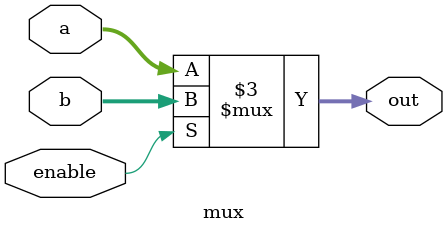
<source format=v>
module mux(input wire[31:0] a, b, input enable, output reg[31:0] out );
	always@(*)
	begin
		if (enable)
			out <= b;
		else
			out <= a;
	end

endmodule
</source>
